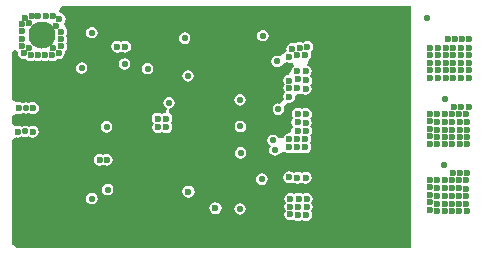
<source format=gbr>
%TF.GenerationSoftware,Altium Limited,Altium Designer,20.2.3 (150)*%
G04 Layer_Physical_Order=5*
G04 Layer_Color=16737945*
%FSLAX26Y26*%
%MOIN*%
%TF.SameCoordinates,27716F98-0B22-40FE-96F5-AA6DB086EB47*%
%TF.FilePolarity,Positive*%
%TF.FileFunction,Copper,L5,Inr,Signal*%
%TF.Part,Single*%
G01*
G75*
%TA.AperFunction,ViaPad*%
%ADD37C,0.023622*%
%ADD38C,0.022000*%
%ADD39C,0.090551*%
G36*
X3253000Y1352235D02*
X1950000Y1352235D01*
X1947265Y1352235D01*
X1941901Y1353302D01*
X1936848Y1355394D01*
X1932300Y1358433D01*
X1928433Y1362300D01*
X1925394Y1366848D01*
X1923302Y1371901D01*
X1922235Y1377265D01*
Y1380000D01*
Y1711474D01*
X1933825Y1719620D01*
X1938235Y1720948D01*
X1944000Y1719801D01*
X1951730Y1721339D01*
X1957478Y1725179D01*
X1960587Y1723102D01*
X1968000Y1721628D01*
X1975413Y1723102D01*
X1979022Y1725514D01*
X1985270Y1721339D01*
X1993000Y1719801D01*
X2000730Y1721339D01*
X2007283Y1725717D01*
X2011661Y1732270D01*
X2013199Y1740000D01*
X2011661Y1747730D01*
X2007283Y1754283D01*
X2000730Y1758661D01*
X1993000Y1760199D01*
X1985270Y1758661D01*
X1980518Y1755486D01*
X1975413Y1758898D01*
X1968000Y1760372D01*
X1960587Y1758898D01*
X1955982Y1755821D01*
X1951730Y1758661D01*
X1944000Y1760199D01*
X1938235Y1759052D01*
X1933825Y1760380D01*
X1922235Y1768526D01*
Y1792302D01*
X1938235Y1800362D01*
X1938270Y1800339D01*
X1946000Y1798801D01*
X1953730Y1800339D01*
X1958618Y1803605D01*
X1962450Y1801044D01*
X1969864Y1799570D01*
X1977277Y1801044D01*
X1981245Y1803696D01*
X1986270Y1800339D01*
X1994000Y1798801D01*
X2001730Y1800339D01*
X2008283Y1804717D01*
X2012661Y1811270D01*
X2014199Y1819000D01*
X2012661Y1826730D01*
X2008283Y1833283D01*
X2001730Y1837661D01*
X1994000Y1839199D01*
X1986270Y1837661D01*
X1981159Y1834246D01*
X1977277Y1836840D01*
X1969864Y1838314D01*
X1962450Y1836840D01*
X1958705Y1834337D01*
X1953730Y1837661D01*
X1946000Y1839199D01*
X1938270Y1837661D01*
X1938235Y1837638D01*
X1922235Y1845698D01*
Y2006755D01*
X1934100Y2014969D01*
X1943874Y2002368D01*
X1943801Y2002000D01*
X1945339Y1994270D01*
X1949717Y1987717D01*
X1956270Y1983339D01*
X1964000Y1981801D01*
X1969583Y1982911D01*
X1971717Y1979717D01*
X1978270Y1975339D01*
X1986000Y1973801D01*
X1993730Y1975339D01*
X1998000Y1978192D01*
X2002270Y1975339D01*
X2010000Y1973801D01*
X2017730Y1975339D01*
X2022000Y1978192D01*
X2026270Y1975339D01*
X2034000Y1973801D01*
X2041730Y1975339D01*
X2046000Y1978192D01*
X2050270Y1975339D01*
X2058000Y1973801D01*
X2065730Y1975339D01*
X2072283Y1979717D01*
X2074417Y1982911D01*
X2080000Y1981801D01*
X2087730Y1983339D01*
X2094283Y1987717D01*
X2098662Y1994270D01*
X2100199Y2002000D01*
X2099089Y2007583D01*
X2102283Y2009717D01*
X2106662Y2016270D01*
X2108199Y2024000D01*
X2106662Y2031730D01*
X2103808Y2036000D01*
X2106662Y2040270D01*
X2108199Y2048000D01*
X2106662Y2055730D01*
X2103808Y2060000D01*
X2106662Y2064270D01*
X2108199Y2072000D01*
X2106662Y2079730D01*
X2102283Y2086283D01*
X2102133Y2086383D01*
X2097504Y2098517D01*
X2099218Y2106109D01*
X2100662Y2108270D01*
X2102199Y2116000D01*
X2100662Y2123730D01*
X2096283Y2130283D01*
X2089730Y2134662D01*
X2085971Y2135409D01*
X2080894Y2141765D01*
X2086177Y2154815D01*
X2089443Y2157765D01*
X3090000Y2157765D01*
X3253000D01*
Y1352235D01*
D02*
G37*
%LPC*%
G36*
X2190000Y2089372D02*
X2182587Y2087898D01*
X2176302Y2083698D01*
X2172102Y2077413D01*
X2170628Y2070000D01*
X2172102Y2062587D01*
X2176302Y2056302D01*
X2182587Y2052102D01*
X2190000Y2050628D01*
X2197413Y2052102D01*
X2203698Y2056302D01*
X2207898Y2062587D01*
X2209372Y2070000D01*
X2207898Y2077413D01*
X2203698Y2083698D01*
X2197413Y2087898D01*
X2190000Y2089372D01*
D02*
G37*
G36*
X2760000Y2079372D02*
X2752587Y2077898D01*
X2746302Y2073698D01*
X2742102Y2067413D01*
X2740628Y2060000D01*
X2742102Y2052587D01*
X2746302Y2046302D01*
X2752587Y2042102D01*
X2760000Y2040628D01*
X2767413Y2042102D01*
X2773698Y2046302D01*
X2777898Y2052587D01*
X2779372Y2060000D01*
X2777898Y2067413D01*
X2773698Y2073698D01*
X2767413Y2077898D01*
X2760000Y2079372D01*
D02*
G37*
G36*
X2908000Y2042199D02*
X2900270Y2040661D01*
X2894503Y2036808D01*
X2891730Y2038661D01*
X2884000Y2040199D01*
X2876270Y2038661D01*
X2869717Y2034283D01*
X2868661Y2032703D01*
X2865730Y2034661D01*
X2858000Y2036199D01*
X2850270Y2034661D01*
X2843717Y2030283D01*
X2839338Y2023730D01*
X2837801Y2016000D01*
X2839338Y2008270D01*
X2837955Y2007115D01*
X2833717Y2004283D01*
X2832646Y2002680D01*
X2827455Y1998344D01*
X2816185Y1992221D01*
X2815613Y1991981D01*
X2812226Y1992532D01*
X2808000Y1993372D01*
X2800587Y1991898D01*
X2794302Y1987698D01*
X2790102Y1981413D01*
X2788628Y1974000D01*
X2790102Y1966587D01*
X2794302Y1960302D01*
X2800587Y1956102D01*
X2808000Y1954628D01*
X2815413Y1956102D01*
X2821698Y1960302D01*
X2823969Y1963700D01*
X2826462Y1966773D01*
X2830824Y1968215D01*
X2843046Y1970786D01*
X2848000Y1969801D01*
X2855730Y1971339D01*
X2863357Y1957784D01*
X2861081Y1956264D01*
X2856703Y1949710D01*
X2855165Y1941981D01*
X2848690Y1931334D01*
X2842649Y1929135D01*
X2840270Y1928661D01*
X2833717Y1924283D01*
X2829338Y1917730D01*
X2827801Y1910000D01*
X2829338Y1902270D01*
X2832192Y1898000D01*
X2829338Y1893730D01*
X2827801Y1886000D01*
X2829338Y1878270D01*
X2833324Y1871076D01*
X2829117Y1864213D01*
X2827580Y1856483D01*
X2828809Y1850306D01*
X2829117Y1848753D01*
X2829117Y1848752D01*
X2829046Y1843806D01*
X2814612Y1833594D01*
X2811628Y1834188D01*
X2811627Y1834188D01*
X2811408Y1834144D01*
X2804214Y1832713D01*
X2797929Y1828514D01*
X2793730Y1822229D01*
X2792255Y1814815D01*
X2793730Y1807402D01*
X2797929Y1801117D01*
X2804214Y1796918D01*
X2811627Y1795443D01*
X2819041Y1796918D01*
X2825326Y1801117D01*
X2829525Y1807402D01*
X2831000Y1814815D01*
X2829525Y1822229D01*
Y1822229D01*
X2829695Y1826961D01*
X2844311Y1836973D01*
X2847779Y1836284D01*
X2855509Y1837821D01*
X2862062Y1842200D01*
X2866441Y1848753D01*
X2867978Y1856483D01*
X2874527Y1863932D01*
X2877373Y1865026D01*
X2882820Y1866110D01*
X2886388Y1868494D01*
X2888728Y1869394D01*
X2895281Y1865015D01*
X2903011Y1863477D01*
X2910741Y1865015D01*
X2917294Y1869394D01*
X2921672Y1875947D01*
X2923210Y1883677D01*
X2921672Y1891407D01*
X2918394Y1896313D01*
X2918662Y1896493D01*
X2923041Y1903046D01*
X2924579Y1910776D01*
X2923041Y1918505D01*
X2918662Y1925059D01*
X2916561Y1926462D01*
X2920851Y1932882D01*
X2922389Y1940612D01*
X2920851Y1948342D01*
X2916472Y1954895D01*
X2909920Y1959274D01*
X2907742Y1962326D01*
X2912371Y1980022D01*
X2915293Y1981975D01*
X2919672Y1988528D01*
X2921209Y1996258D01*
X2919672Y2003987D01*
X2918755Y2005360D01*
X2922283Y2007717D01*
X2926662Y2014270D01*
X2928199Y2022000D01*
X2926662Y2029730D01*
X2922283Y2036283D01*
X2915730Y2040661D01*
X2908000Y2042199D01*
D02*
G37*
G36*
X2499218Y2070590D02*
X2491804Y2069115D01*
X2485520Y2064916D01*
X2481320Y2058631D01*
X2479846Y2051218D01*
X2481320Y2043804D01*
X2485520Y2037520D01*
X2491804Y2033320D01*
X2499218Y2031846D01*
X2506631Y2033320D01*
X2512916Y2037520D01*
X2517115Y2043804D01*
X2518590Y2051218D01*
X2517115Y2058631D01*
X2512916Y2064916D01*
X2506631Y2069115D01*
X2499218Y2070590D01*
D02*
G37*
G36*
X2275000Y2043707D02*
X2267270Y2042170D01*
X2260717Y2037791D01*
X2256338Y2031238D01*
X2254801Y2023508D01*
X2256338Y2015778D01*
X2260717Y2009225D01*
X2267270Y2004847D01*
X2275000Y2003309D01*
X2282730Y2004847D01*
X2287620Y2008114D01*
X2293270Y2004339D01*
X2301000Y2002801D01*
X2308730Y2004339D01*
X2315283Y2008717D01*
X2319662Y2015270D01*
X2321199Y2023000D01*
X2319662Y2030730D01*
X2315283Y2037283D01*
X2308730Y2041661D01*
X2301000Y2043199D01*
X2293270Y2041661D01*
X2288380Y2038394D01*
X2282730Y2042170D01*
X2275000Y2043707D01*
D02*
G37*
G36*
X2299103Y1985106D02*
X2291689Y1983632D01*
X2285405Y1979432D01*
X2281205Y1973147D01*
X2279731Y1965734D01*
X2281205Y1958321D01*
X2285405Y1952036D01*
X2291689Y1947836D01*
X2299103Y1946362D01*
X2306516Y1947836D01*
X2312801Y1952036D01*
X2317000Y1958321D01*
X2318475Y1965734D01*
X2317000Y1973147D01*
X2312801Y1979432D01*
X2306516Y1983632D01*
X2299103Y1985106D01*
D02*
G37*
G36*
X2156000Y1971372D02*
X2148587Y1969898D01*
X2142302Y1965698D01*
X2138102Y1959413D01*
X2136628Y1952000D01*
X2138102Y1944587D01*
X2142302Y1938302D01*
X2148587Y1934102D01*
X2156000Y1932628D01*
X2163413Y1934102D01*
X2169698Y1938302D01*
X2173898Y1944587D01*
X2175372Y1952000D01*
X2173898Y1959413D01*
X2169698Y1965698D01*
X2163413Y1969898D01*
X2156000Y1971372D01*
D02*
G37*
G36*
X2376000Y1969372D02*
X2368587Y1967898D01*
X2362302Y1963698D01*
X2358102Y1957413D01*
X2356628Y1950000D01*
X2358102Y1942587D01*
X2362302Y1936302D01*
X2368587Y1932102D01*
X2376000Y1930628D01*
X2383413Y1932102D01*
X2389698Y1936302D01*
X2393898Y1942587D01*
X2395372Y1950000D01*
X2393898Y1957413D01*
X2389698Y1963698D01*
X2383413Y1967898D01*
X2376000Y1969372D01*
D02*
G37*
G36*
X2510603Y1944372D02*
X2503190Y1942898D01*
X2496905Y1938698D01*
X2492706Y1932413D01*
X2491231Y1925000D01*
X2492706Y1917587D01*
X2496905Y1911302D01*
X2503190Y1907102D01*
X2510603Y1905628D01*
X2518017Y1907102D01*
X2524301Y1911302D01*
X2528501Y1917587D01*
X2529975Y1925000D01*
X2528501Y1932413D01*
X2524301Y1938698D01*
X2518017Y1942898D01*
X2510603Y1944372D01*
D02*
G37*
G36*
X2684000Y1865372D02*
X2676587Y1863898D01*
X2670302Y1859698D01*
X2666102Y1853413D01*
X2664628Y1846000D01*
X2666102Y1838587D01*
X2670302Y1832302D01*
X2676587Y1828102D01*
X2684000Y1826628D01*
X2691413Y1828102D01*
X2697698Y1832302D01*
X2701898Y1838587D01*
X2703372Y1846000D01*
X2701898Y1853413D01*
X2697698Y1859698D01*
X2691413Y1863898D01*
X2684000Y1865372D01*
D02*
G37*
G36*
X2447000Y1855372D02*
X2439587Y1853898D01*
X2433302Y1849698D01*
X2429102Y1843413D01*
X2427628Y1836000D01*
X2429102Y1828587D01*
X2433296Y1822310D01*
X2433302Y1822302D01*
X2433303Y1822301D01*
X2439586Y1818102D01*
X2438000Y1803199D01*
X2430270Y1801661D01*
X2423717Y1797283D01*
X2423283D01*
X2416730Y1801661D01*
X2409000Y1803199D01*
X2401270Y1801661D01*
X2394717Y1797283D01*
X2390338Y1790730D01*
X2388801Y1783000D01*
X2390338Y1775270D01*
X2394717Y1768717D01*
X2396300Y1767659D01*
X2392338Y1761730D01*
X2390801Y1754000D01*
X2392338Y1746270D01*
X2396717Y1739717D01*
X2403270Y1735339D01*
X2411000Y1733801D01*
X2418730Y1735339D01*
X2425248Y1739694D01*
X2430270Y1736339D01*
X2438000Y1734801D01*
X2445730Y1736339D01*
X2452283Y1740717D01*
X2456662Y1747270D01*
X2458199Y1755000D01*
X2456662Y1762730D01*
X2452472Y1769000D01*
X2456662Y1775270D01*
X2458199Y1783000D01*
X2456662Y1790730D01*
X2452283Y1797283D01*
X2445730Y1801662D01*
X2447000Y1816628D01*
X2454409Y1818101D01*
X2454413Y1818102D01*
X2454414D01*
X2454901Y1818428D01*
X2460698Y1822302D01*
X2464898Y1828587D01*
X2466372Y1836000D01*
X2464898Y1843413D01*
X2460698Y1849698D01*
X2454413Y1853898D01*
X2447000Y1855372D01*
D02*
G37*
G36*
X2685065Y1776678D02*
X2677651Y1775203D01*
X2671367Y1771004D01*
X2667167Y1764719D01*
X2665693Y1757306D01*
X2667167Y1749892D01*
X2671367Y1743608D01*
X2677651Y1739408D01*
X2685065Y1737934D01*
X2692478Y1739408D01*
X2698763Y1743608D01*
X2702962Y1749892D01*
X2704437Y1757306D01*
X2702962Y1764719D01*
X2698763Y1771004D01*
X2692478Y1775203D01*
X2685065Y1776678D01*
D02*
G37*
G36*
X2239000Y1775372D02*
X2231587Y1773898D01*
X2225302Y1769698D01*
X2221102Y1763413D01*
X2219628Y1756000D01*
X2221102Y1748587D01*
X2225302Y1742302D01*
X2231587Y1738102D01*
X2239000Y1736628D01*
X2246413Y1738102D01*
X2252698Y1742302D01*
X2256898Y1748587D01*
X2258372Y1756000D01*
X2256898Y1763413D01*
X2252698Y1769698D01*
X2246413Y1773898D01*
X2239000Y1775372D01*
D02*
G37*
G36*
X2876370Y1819543D02*
X2868640Y1818005D01*
X2862087Y1813626D01*
X2857709Y1807073D01*
X2856171Y1799343D01*
X2857709Y1791613D01*
X2861558Y1785852D01*
X2861353Y1785715D01*
X2856974Y1779162D01*
X2855436Y1771432D01*
X2856974Y1763702D01*
X2861353Y1757149D01*
Y1757069D01*
X2856974Y1750516D01*
X2855436Y1742786D01*
X2848000Y1734199D01*
X2840270Y1732661D01*
X2833717Y1728283D01*
X2829338Y1721730D01*
X2828634Y1718188D01*
X2812523Y1718097D01*
X2812311Y1718138D01*
X2808140Y1724380D01*
X2801855Y1728580D01*
X2794441Y1730054D01*
X2787028Y1728580D01*
X2780743Y1724380D01*
X2776544Y1718096D01*
X2775069Y1710682D01*
X2776544Y1703269D01*
X2780743Y1696984D01*
X2786037Y1693447D01*
Y1692575D01*
X2781837Y1686291D01*
X2780363Y1678877D01*
X2781837Y1671464D01*
X2786037Y1665179D01*
X2792321Y1660980D01*
X2799735Y1659505D01*
X2807148Y1660980D01*
X2813433Y1665179D01*
X2816806Y1670227D01*
X2826880Y1672759D01*
X2833717Y1673717D01*
X2840270Y1669339D01*
X2848000Y1667801D01*
X2855730Y1669339D01*
X2861650Y1673294D01*
X2866979Y1669734D01*
X2874709Y1668196D01*
X2882439Y1669734D01*
X2888132Y1673537D01*
X2893825Y1669734D01*
X2901555Y1668196D01*
X2909285Y1669734D01*
X2915838Y1674112D01*
X2920216Y1680665D01*
X2921754Y1688395D01*
X2920216Y1696125D01*
X2915838Y1702678D01*
X2915738Y1702744D01*
X2919663Y1708617D01*
X2921200Y1716347D01*
X2919663Y1724077D01*
X2917052Y1727984D01*
X2917830Y1728503D01*
X2922209Y1735056D01*
X2923746Y1742786D01*
X2922209Y1750516D01*
X2918110Y1756649D01*
X2921841Y1762233D01*
X2923379Y1769963D01*
X2921841Y1777693D01*
X2917830Y1784693D01*
X2922209Y1791246D01*
X2923746Y1798976D01*
X2922209Y1806706D01*
X2917830Y1813259D01*
X2911277Y1817638D01*
X2903547Y1819175D01*
X2895817Y1817638D01*
X2890233Y1813907D01*
X2884100Y1818005D01*
X2876370Y1819543D01*
D02*
G37*
G36*
X2240000Y1666199D02*
X2232270Y1664661D01*
X2228000Y1661808D01*
X2223730Y1664661D01*
X2216000Y1666199D01*
X2208270Y1664661D01*
X2201717Y1660283D01*
X2197338Y1653730D01*
X2195801Y1646000D01*
X2197338Y1638270D01*
X2201717Y1631717D01*
X2208270Y1627339D01*
X2216000Y1625801D01*
X2223730Y1627339D01*
X2228000Y1630192D01*
X2232270Y1627339D01*
X2240000Y1625801D01*
X2247730Y1627339D01*
X2254283Y1631717D01*
X2258662Y1638270D01*
X2260199Y1646000D01*
X2258662Y1653730D01*
X2254283Y1660283D01*
X2247730Y1664661D01*
X2240000Y1666199D01*
D02*
G37*
G36*
X2685971Y1688845D02*
X2678557Y1687371D01*
X2672272Y1683171D01*
X2668073Y1676887D01*
X2666598Y1669473D01*
X2668073Y1662060D01*
X2672272Y1655775D01*
X2678557Y1651575D01*
X2685971Y1650101D01*
X2693384Y1651575D01*
X2699669Y1655775D01*
X2703868Y1662060D01*
X2705343Y1669473D01*
X2703868Y1676887D01*
X2699669Y1683171D01*
X2693384Y1687371D01*
X2685971Y1688845D01*
D02*
G37*
G36*
X2848000Y1608199D02*
X2840270Y1606661D01*
X2833717Y1602283D01*
X2829338Y1595730D01*
X2827801Y1588000D01*
X2829338Y1580270D01*
X2833717Y1573717D01*
X2840270Y1569339D01*
X2848000Y1567801D01*
X2855730Y1569339D01*
X2860934Y1572816D01*
X2861130Y1572522D01*
X2867683Y1568144D01*
X2875413Y1566606D01*
X2883143Y1568144D01*
X2888848Y1571955D01*
X2894552Y1568144D01*
X2902282Y1566606D01*
X2910012Y1568144D01*
X2916565Y1572522D01*
X2920944Y1579075D01*
X2922481Y1586805D01*
X2920944Y1594535D01*
X2916565Y1601088D01*
X2910012Y1605467D01*
X2902282Y1607004D01*
X2894552Y1605467D01*
X2888848Y1601655D01*
X2883143Y1605467D01*
X2875413Y1607004D01*
X2867683Y1605467D01*
X2862479Y1601989D01*
X2862283Y1602283D01*
X2855730Y1606661D01*
X2848000Y1608199D01*
D02*
G37*
G36*
X2756443Y1600995D02*
X2749030Y1599521D01*
X2742745Y1595321D01*
X2738546Y1589037D01*
X2737071Y1581623D01*
X2738546Y1574210D01*
X2742745Y1567925D01*
X2749030Y1563726D01*
X2756443Y1562251D01*
X2763857Y1563726D01*
X2770141Y1567925D01*
X2774341Y1574210D01*
X2775815Y1581623D01*
X2774341Y1589037D01*
X2770141Y1595321D01*
X2763857Y1599521D01*
X2756443Y1600995D01*
D02*
G37*
G36*
X2878772Y1536526D02*
X2871042Y1534988D01*
X2865142Y1531045D01*
X2859730Y1534661D01*
X2852000Y1536199D01*
X2844270Y1534661D01*
X2837717Y1530283D01*
X2833338Y1523730D01*
X2831801Y1516000D01*
X2833338Y1508270D01*
X2836860Y1503000D01*
X2833338Y1497730D01*
X2831801Y1490000D01*
X2833338Y1482270D01*
X2836860Y1477000D01*
X2833338Y1471730D01*
X2831801Y1464000D01*
X2833338Y1456270D01*
X2837717Y1449717D01*
X2844270Y1445339D01*
X2852000Y1443801D01*
X2859730Y1445339D01*
X2863448Y1447823D01*
X2869919Y1443499D01*
X2877649Y1441961D01*
X2885379Y1443499D01*
X2890561Y1446961D01*
X2896582Y1442937D01*
X2904312Y1441400D01*
X2912041Y1442937D01*
X2918595Y1447316D01*
X2922973Y1453869D01*
X2924511Y1461599D01*
X2922973Y1469329D01*
X2919605Y1474370D01*
X2920278Y1474820D01*
X2924657Y1481373D01*
X2926195Y1489103D01*
X2924657Y1496833D01*
X2921055Y1502224D01*
X2924938Y1508035D01*
X2926475Y1515765D01*
X2924938Y1523495D01*
X2920559Y1530048D01*
X2914006Y1534427D01*
X2906276Y1535964D01*
X2898546Y1534427D01*
X2892944Y1530683D01*
X2886502Y1534988D01*
X2878772Y1536526D01*
D02*
G37*
G36*
X2242529Y1566134D02*
X2235115Y1564659D01*
X2228831Y1560460D01*
X2224631Y1554175D01*
X2223157Y1546761D01*
X2224631Y1539348D01*
X2228831Y1533063D01*
X2235115Y1528864D01*
X2242529Y1527389D01*
X2249942Y1528864D01*
X2256227Y1533063D01*
X2260426Y1539348D01*
X2261901Y1546761D01*
X2260426Y1554175D01*
X2256227Y1560460D01*
X2249942Y1564659D01*
X2242529Y1566134D01*
D02*
G37*
G36*
X2512000Y1560199D02*
X2504270Y1558661D01*
X2497717Y1554283D01*
X2493338Y1547730D01*
X2491801Y1540000D01*
X2493338Y1532270D01*
X2497717Y1525717D01*
X2504270Y1521339D01*
X2512000Y1519801D01*
X2519730Y1521339D01*
X2526283Y1525717D01*
X2530662Y1532270D01*
X2532199Y1540000D01*
X2530662Y1547730D01*
X2526283Y1554283D01*
X2519730Y1558661D01*
X2512000Y1560199D01*
D02*
G37*
G36*
X2190000Y1536372D02*
X2182587Y1534898D01*
X2176302Y1530698D01*
X2172102Y1524413D01*
X2170628Y1517000D01*
X2172102Y1509587D01*
X2176302Y1503302D01*
X2182587Y1499102D01*
X2190000Y1497628D01*
X2197413Y1499102D01*
X2203698Y1503302D01*
X2207898Y1509587D01*
X2209372Y1517000D01*
X2207898Y1524413D01*
X2203698Y1530698D01*
X2197413Y1534898D01*
X2190000Y1536372D01*
D02*
G37*
G36*
X2602000Y1505191D02*
X2594270Y1503654D01*
X2587717Y1499275D01*
X2583338Y1492722D01*
X2581801Y1484992D01*
X2583338Y1477262D01*
X2587717Y1470709D01*
X2594270Y1466331D01*
X2602000Y1464793D01*
X2609730Y1466331D01*
X2616283Y1470709D01*
X2620662Y1477262D01*
X2622199Y1484992D01*
X2620662Y1492722D01*
X2616283Y1499275D01*
X2609730Y1503654D01*
X2602000Y1505191D01*
D02*
G37*
G36*
X2684000Y1501372D02*
X2676587Y1499898D01*
X2670302Y1495698D01*
X2666102Y1489413D01*
X2664628Y1482000D01*
X2666102Y1474587D01*
X2670302Y1468302D01*
X2676587Y1464102D01*
X2684000Y1462628D01*
X2691413Y1464102D01*
X2697698Y1468302D01*
X2701898Y1474587D01*
X2703372Y1482000D01*
X2701898Y1489413D01*
X2697698Y1495698D01*
X2691413Y1499898D01*
X2684000Y1501372D01*
D02*
G37*
%LPD*%
D37*
X2602000Y1484992D02*
D03*
X2240000Y1646000D02*
D03*
X2216000D02*
D03*
X2301000Y2023000D02*
D03*
X2275000Y2023508D02*
D03*
X2847779Y1856483D02*
D03*
X2178000Y1383000D02*
D03*
X2206000D02*
D03*
X2236000Y1384000D02*
D03*
X2264000D02*
D03*
X2293000Y1383000D02*
D03*
X2349000D02*
D03*
X2400000Y1384000D02*
D03*
X2426000D02*
D03*
X2455000Y1383000D02*
D03*
X2486000D02*
D03*
X2513000D02*
D03*
X2571000D02*
D03*
X2655000Y1384000D02*
D03*
X2740000D02*
D03*
X2796000D02*
D03*
X2827000D02*
D03*
X2854000D02*
D03*
X2884000Y1383000D02*
D03*
X2910000D02*
D03*
X2940000Y1382000D02*
D03*
X2320779Y1382108D02*
D03*
X2374070Y1383249D02*
D03*
X2627501Y1383851D02*
D03*
X2597974Y1383236D02*
D03*
X2542611Y1382620D02*
D03*
X2766643Y1383443D02*
D03*
X2713267Y1383425D02*
D03*
X2683034Y1383840D02*
D03*
X2678034Y2131840D02*
D03*
X2708267Y2131425D02*
D03*
X2761643Y2131443D02*
D03*
X2537611Y2130620D02*
D03*
X2592974Y2131236D02*
D03*
X2622501Y2131851D02*
D03*
X2369070Y2131249D02*
D03*
X2315779Y2130108D02*
D03*
X2935000Y2130000D02*
D03*
X2905000Y2131000D02*
D03*
X2879000D02*
D03*
X2849000Y2132000D02*
D03*
X2822000D02*
D03*
X2791000D02*
D03*
X2735000D02*
D03*
X2650000D02*
D03*
X2566000Y2131000D02*
D03*
X2508000D02*
D03*
X2481000D02*
D03*
X2450000D02*
D03*
X2421000Y2132000D02*
D03*
X2395000D02*
D03*
X2344000Y2131000D02*
D03*
X2288000D02*
D03*
X2259000Y2132000D02*
D03*
X2231000D02*
D03*
X2201000Y2131000D02*
D03*
X2173000D02*
D03*
X2904312Y1461599D02*
D03*
X2877649Y1462160D02*
D03*
X2905995Y1489103D02*
D03*
X2878211Y1489664D02*
D03*
X2906276Y1515765D02*
D03*
X2878772Y1516326D02*
D03*
X2901555Y1688395D02*
D03*
X2874709D02*
D03*
X2901001Y1716347D02*
D03*
X2874986Y1714963D02*
D03*
X2903547Y1742786D02*
D03*
X2875636D02*
D03*
X2903180Y1769963D02*
D03*
X2875636Y1771432D02*
D03*
X2903547Y1798976D02*
D03*
X2876370Y1799343D02*
D03*
X2903011Y1883677D02*
D03*
X2875090Y1884771D02*
D03*
X2904379Y1910776D02*
D03*
X2876185Y1915155D02*
D03*
X2902190Y1940612D02*
D03*
X2875364Y1941981D02*
D03*
X2901010Y1996258D02*
D03*
X2874679Y1994713D02*
D03*
X2902282Y1586805D02*
D03*
X2875413D02*
D03*
X1993000Y1740000D02*
D03*
X1944000D02*
D03*
X1994000Y1819000D02*
D03*
X1946000D02*
D03*
X2438000Y1755000D02*
D03*
X2411000Y1754000D02*
D03*
X2438000Y1783000D02*
D03*
X2409000D02*
D03*
X2060000Y2018000D02*
D03*
X1982000Y2020000D02*
D03*
X2072000Y2092000D02*
D03*
X2088000Y2072000D02*
D03*
Y2048000D02*
D03*
Y2024000D02*
D03*
X2080000Y2002000D02*
D03*
X2058000Y1994000D02*
D03*
X2034000D02*
D03*
X2010000D02*
D03*
X1986000D02*
D03*
X1964000Y2002000D02*
D03*
X1956000Y2026000D02*
D03*
Y2050000D02*
D03*
Y2074000D02*
D03*
X1980000Y2102000D02*
D03*
X1956000Y2098000D02*
D03*
X2082000Y2116000D02*
D03*
X2060000Y2126000D02*
D03*
X2036000D02*
D03*
X2012000D02*
D03*
X1990000D02*
D03*
X1966000Y2120000D02*
D03*
X2076000Y1482000D02*
D03*
X2046000D02*
D03*
X2060000Y1460000D02*
D03*
X2064000Y1436000D02*
D03*
X2046000Y1400000D02*
D03*
X2076000Y1412000D02*
D03*
X2072000Y1388000D02*
D03*
X2050000Y1374000D02*
D03*
X2026000D02*
D03*
X2002000D02*
D03*
X1978000Y1378000D02*
D03*
X1954000Y1382000D02*
D03*
X1946000Y1406000D02*
D03*
Y1430000D02*
D03*
Y1456000D02*
D03*
X1948000Y1482000D02*
D03*
X2062000Y1504000D02*
D03*
X2036000Y1506000D02*
D03*
X2012000D02*
D03*
X1988000D02*
D03*
X1962000Y1502000D02*
D03*
X2908000Y2022000D02*
D03*
X2884000Y2020000D02*
D03*
X2858000Y2016000D02*
D03*
X2848000Y1990000D02*
D03*
Y1910000D02*
D03*
Y1886000D02*
D03*
Y1714000D02*
D03*
Y1688000D02*
D03*
Y1588000D02*
D03*
X2852000Y1516000D02*
D03*
Y1490000D02*
D03*
Y1464000D02*
D03*
X3440000Y1474000D02*
D03*
X3414000D02*
D03*
X3390000D02*
D03*
X3366000D02*
D03*
X3342000D02*
D03*
X3438000Y1500000D02*
D03*
X3414000D02*
D03*
X3390000D02*
D03*
X3366000D02*
D03*
X3342000D02*
D03*
X3438000Y1526000D02*
D03*
X3414000D02*
D03*
X3390000D02*
D03*
X3366000D02*
D03*
X3342000D02*
D03*
X3438000Y1550000D02*
D03*
X3414000Y1552000D02*
D03*
X3390000D02*
D03*
X3366000D02*
D03*
X3342000D02*
D03*
X3442000Y1602000D02*
D03*
X3418000D02*
D03*
X3394000D02*
D03*
X3438000Y1578000D02*
D03*
X3414000D02*
D03*
X3390000D02*
D03*
X3366000D02*
D03*
X3342000D02*
D03*
X3316000Y1504000D02*
D03*
Y1554000D02*
D03*
X3442000Y1698000D02*
D03*
X3416000D02*
D03*
X3392000D02*
D03*
X3368000D02*
D03*
X3342000D02*
D03*
X3442000Y1722000D02*
D03*
X3416000D02*
D03*
X3392000D02*
D03*
X3368000D02*
D03*
X3342000D02*
D03*
X3440000Y1746000D02*
D03*
X3416000D02*
D03*
X3390000D02*
D03*
X3366000D02*
D03*
X3342000D02*
D03*
X3440000Y1772000D02*
D03*
X3416000D02*
D03*
X3390000D02*
D03*
X3366000D02*
D03*
X3342000D02*
D03*
X3446000Y1822000D02*
D03*
X3422000D02*
D03*
X3398000D02*
D03*
X3438000Y1798000D02*
D03*
X3414000D02*
D03*
X3390000D02*
D03*
X3366000D02*
D03*
X3342000D02*
D03*
X3316000Y1724000D02*
D03*
Y1774000D02*
D03*
X3446000Y1918000D02*
D03*
X3420000D02*
D03*
X3394000D02*
D03*
X3370000D02*
D03*
X3344000D02*
D03*
X3446000Y1944000D02*
D03*
X3420000D02*
D03*
X3394000D02*
D03*
X3370000D02*
D03*
X3344000D02*
D03*
X3446000Y1970000D02*
D03*
X3420000D02*
D03*
X3394000D02*
D03*
X3370000D02*
D03*
X3344000D02*
D03*
X3446000Y1994000D02*
D03*
X3420000D02*
D03*
X3394000D02*
D03*
X3370000D02*
D03*
X3344000D02*
D03*
X3316000Y1944000D02*
D03*
Y1994000D02*
D03*
X3446000Y2018000D02*
D03*
X3420000D02*
D03*
X3448000Y2048000D02*
D03*
X3424000D02*
D03*
X3400000D02*
D03*
X3376000D02*
D03*
X3394000Y2018000D02*
D03*
X3370000D02*
D03*
X3344000D02*
D03*
X3316142Y1969000D02*
D03*
X2512000Y1540000D02*
D03*
X3316142Y1479000D02*
D03*
Y1529000D02*
D03*
Y1579000D02*
D03*
Y1699000D02*
D03*
Y1749000D02*
D03*
Y1799000D02*
D03*
Y1919000D02*
D03*
Y2019000D02*
D03*
X3230000Y1414000D02*
D03*
X3206000D02*
D03*
X3182000D02*
D03*
X3158000D02*
D03*
X3134000D02*
D03*
X3108000D02*
D03*
X3084000D02*
D03*
X3058000D02*
D03*
X3032000D02*
D03*
X3006000D02*
D03*
X2980000D02*
D03*
X3236000Y1438000D02*
D03*
X3208000D02*
D03*
X3182000D02*
D03*
X3156000D02*
D03*
X3130000D02*
D03*
X3104000D02*
D03*
X3078000D02*
D03*
X3052000D02*
D03*
X3026000D02*
D03*
X3000000D02*
D03*
X2974000D02*
D03*
Y2140000D02*
D03*
X3000000D02*
D03*
X3026000D02*
D03*
X3052000D02*
D03*
X3078000D02*
D03*
X3104000D02*
D03*
X3130000D02*
D03*
X3156000D02*
D03*
X3182000D02*
D03*
X3208000D02*
D03*
X3234000D02*
D03*
Y2114000D02*
D03*
X3208000D02*
D03*
X3182000D02*
D03*
X3156000D02*
D03*
X3130000D02*
D03*
X3104000D02*
D03*
X3078000D02*
D03*
X3052000D02*
D03*
X3026000D02*
D03*
X3000000D02*
D03*
X2974000D02*
D03*
D38*
X2299103Y1965734D02*
D03*
X2190000Y2070000D02*
D03*
X2499218Y2051218D02*
D03*
X2794441Y1710682D02*
D03*
X2799735Y1678877D02*
D03*
X2811627Y1814815D02*
D03*
X2756443Y1581623D02*
D03*
X2760000Y2060000D02*
D03*
X2129915Y1789305D02*
D03*
X1969864Y1818942D02*
D03*
X2447000Y1836000D02*
D03*
X1968000Y1741000D02*
D03*
X2190000Y1517000D02*
D03*
X2510603Y1925000D02*
D03*
X2242529Y1546761D02*
D03*
X2376000Y1950000D02*
D03*
X2156000Y1952000D02*
D03*
X2808000Y1974000D02*
D03*
X3363526Y1629549D02*
D03*
X3366000Y1850000D02*
D03*
X3308268Y2117732D02*
D03*
X2684000Y1482000D02*
D03*
X2239000Y1756000D02*
D03*
X2685971Y1669473D02*
D03*
X2685065Y1757306D02*
D03*
X2684000Y1846000D02*
D03*
D39*
X2022386Y2061758D02*
D03*
X2006000Y1442000D02*
D03*
%TF.MD5,a55a101a1f5404aa445cd00070a9fa4d*%
M02*

</source>
